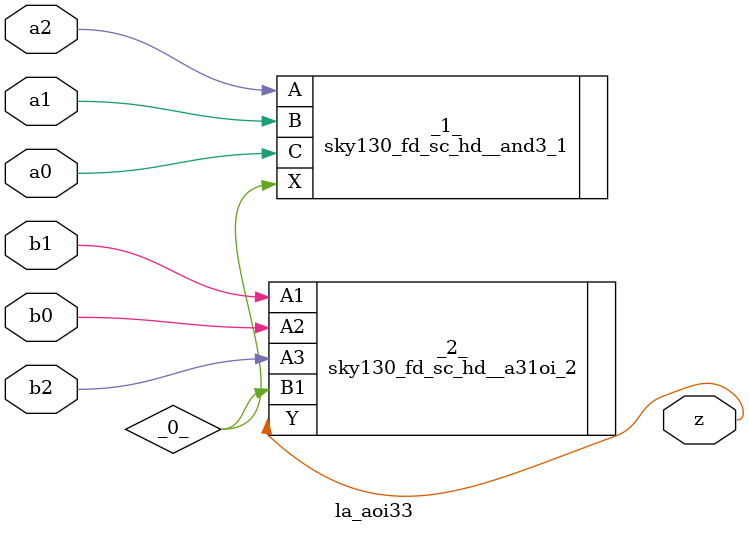
<source format=v>

/* Generated by Yosys 0.44 (git sha1 80ba43d26, g++ 11.4.0-1ubuntu1~22.04 -fPIC -O3) */

(* top =  1  *)
(* src = "inputs/la_aoi33.v:10.1-24.10" *)
module la_aoi33 (
    a0,
    a1,
    a2,
    b0,
    b1,
    b2,
    z
);
  wire _0_;
  (* src = "inputs/la_aoi33.v:13.12-13.14" *)
  input a0;
  wire a0;
  (* src = "inputs/la_aoi33.v:14.12-14.14" *)
  input a1;
  wire a1;
  (* src = "inputs/la_aoi33.v:15.12-15.14" *)
  input a2;
  wire a2;
  (* src = "inputs/la_aoi33.v:16.12-16.14" *)
  input b0;
  wire b0;
  (* src = "inputs/la_aoi33.v:17.12-17.14" *)
  input b1;
  wire b1;
  (* src = "inputs/la_aoi33.v:18.12-18.14" *)
  input b2;
  wire b2;
  (* src = "inputs/la_aoi33.v:19.12-19.13" *)
  output z;
  wire z;
  sky130_fd_sc_hd__and3_1 _1_ (
      .A(a2),
      .B(a1),
      .C(a0),
      .X(_0_)
  );
  sky130_fd_sc_hd__a31oi_2 _2_ (
      .A1(b1),
      .A2(b0),
      .A3(b2),
      .B1(_0_),
      .Y (z)
  );
endmodule

</source>
